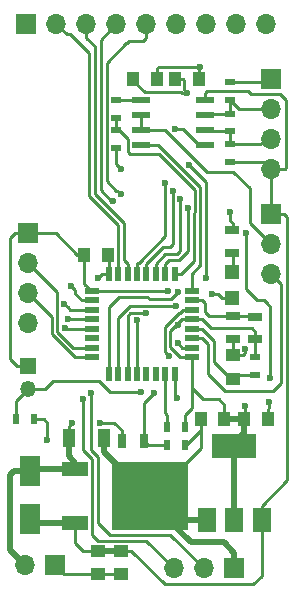
<source format=gtl>
G04 #@! TF.FileFunction,Copper,L1,Top,Signal*
%FSLAX46Y46*%
G04 Gerber Fmt 4.6, Leading zero omitted, Abs format (unit mm)*
G04 Created by KiCad (PCBNEW 4.0.2+dfsg1-stable) date Wed 06 Sep 2017 09:14:36 PM CST*
%MOMM*%
G01*
G04 APERTURE LIST*
%ADD10C,0.100000*%
%ADD11R,1.200000X0.600000*%
%ADD12R,0.600000X1.200000*%
%ADD13R,1.000000X1.250000*%
%ADD14R,1.250000X1.000000*%
%ADD15R,1.000000X1.600000*%
%ADD16R,1.700000X1.700000*%
%ADD17O,1.700000X1.700000*%
%ADD18R,0.900000X0.500000*%
%ADD19R,0.700000X1.300000*%
%ADD20R,1.300000X0.700000*%
%ADD21R,2.200000X1.200000*%
%ADD22R,6.400000X5.800000*%
%ADD23R,3.050000X2.750000*%
%ADD24R,3.800000X2.000000*%
%ADD25R,1.500000X2.000000*%
%ADD26R,1.550000X0.600000*%
%ADD27R,1.800000X2.500000*%
%ADD28R,1.350000X1.350000*%
%ADD29O,1.350000X1.350000*%
%ADD30R,1.200000X1.200000*%
%ADD31R,0.500000X0.900000*%
%ADD32C,0.600000*%
%ADD33C,0.250000*%
%ADD34C,0.500000*%
G04 APERTURE END LIST*
D10*
D11*
X116245000Y-108205500D03*
X116245000Y-107405500D03*
X116245000Y-106605500D03*
X116245000Y-105805500D03*
X116245000Y-105005500D03*
X116245000Y-104205500D03*
X116245000Y-103405500D03*
X116245000Y-102605500D03*
D12*
X114795000Y-101155500D03*
X113995000Y-101155500D03*
X113195000Y-101155500D03*
X112395000Y-101155500D03*
X111595000Y-101155500D03*
X110795000Y-101155500D03*
X109995000Y-101155500D03*
X109195000Y-101155500D03*
D11*
X107745000Y-102605500D03*
X107745000Y-103405500D03*
X107745000Y-104205500D03*
X107745000Y-105005500D03*
X107745000Y-105805500D03*
X107745000Y-106605500D03*
X107745000Y-107405500D03*
X107745000Y-108205500D03*
D12*
X109195000Y-109655500D03*
X109995000Y-109655500D03*
X110795000Y-109655500D03*
X111595000Y-109655500D03*
X112395000Y-109655500D03*
X113195000Y-109655500D03*
X113995000Y-109655500D03*
X114795000Y-109655500D03*
D13*
X114824000Y-84709000D03*
X116824000Y-84709000D03*
D14*
X119697500Y-110077000D03*
X119697500Y-108077000D03*
D15*
X105815000Y-115062000D03*
X108815000Y-115062000D03*
D14*
X110236000Y-124603000D03*
X110236000Y-126603000D03*
X108331000Y-124603000D03*
X108331000Y-126603000D03*
D13*
X120682000Y-113482500D03*
X122682000Y-113482500D03*
X118983000Y-113482500D03*
X116983000Y-113482500D03*
D16*
X102362000Y-97726500D03*
D17*
X102362000Y-100266500D03*
X102362000Y-102806500D03*
X102362000Y-105346500D03*
D16*
X104673600Y-125857200D03*
D17*
X102133600Y-125857200D03*
D16*
X119812000Y-126111200D03*
D17*
X117272000Y-126111200D03*
X114732000Y-126111200D03*
D16*
X122936000Y-96139000D03*
D17*
X122936000Y-98679000D03*
X122936000Y-101219000D03*
D18*
X121602500Y-108228000D03*
X121602500Y-109728000D03*
D19*
X110304500Y-115316000D03*
X112204500Y-115316000D03*
D20*
X121602500Y-106680000D03*
X121602500Y-104780000D03*
X119697500Y-104775000D03*
X119697500Y-106675000D03*
D18*
X119507000Y-91694000D03*
X119507000Y-90194000D03*
X109855000Y-86447500D03*
X109855000Y-87947500D03*
X119507000Y-89090500D03*
X119507000Y-87590500D03*
X109855000Y-89027000D03*
X109855000Y-90527000D03*
X119507000Y-86463000D03*
X119507000Y-84963000D03*
D21*
X106353500Y-117671500D03*
X106353500Y-122231500D03*
D22*
X112653500Y-119951500D03*
D23*
X114328500Y-121476500D03*
X110978500Y-118426500D03*
X114328500Y-118426500D03*
X110978500Y-121476500D03*
D24*
X119840500Y-115730000D03*
D25*
X119840500Y-122030000D03*
X122140500Y-122030000D03*
X117540500Y-122030000D03*
D26*
X111917500Y-86423500D03*
X111917500Y-87693500D03*
X111917500Y-88963500D03*
X111917500Y-90233500D03*
X117317500Y-90233500D03*
X117317500Y-88963500D03*
X117317500Y-87693500D03*
X117317500Y-86423500D03*
D27*
X102552500Y-117888000D03*
X102552500Y-121888000D03*
D16*
X102235000Y-80010000D03*
D17*
X104775000Y-80010000D03*
X107315000Y-80010000D03*
X109855000Y-80010000D03*
X112395000Y-80010000D03*
X114935000Y-80010000D03*
X117475000Y-80010000D03*
X120015000Y-80010000D03*
X122555000Y-80010000D03*
D16*
X122936000Y-84645500D03*
D17*
X122936000Y-87185500D03*
X122936000Y-89725500D03*
X122936000Y-92265500D03*
D20*
X119634000Y-99364800D03*
X119634000Y-97464800D03*
D28*
X102387400Y-108940600D03*
D29*
X102387400Y-110940600D03*
D30*
X119634000Y-103182600D03*
X119634000Y-100982600D03*
D13*
X107140500Y-99568000D03*
X109140500Y-99568000D03*
D31*
X114121500Y-115633500D03*
X115621500Y-115633500D03*
X115621500Y-114173000D03*
X114121500Y-114173000D03*
X101383400Y-113487200D03*
X102883400Y-113487200D03*
D13*
X111268000Y-84709000D03*
X113268000Y-84709000D03*
D32*
X104013000Y-115265200D03*
X119507000Y-95961200D03*
X108302100Y-101498400D03*
X115798600Y-85877400D03*
X114998500Y-111696500D03*
X122745500Y-112014000D03*
X114808000Y-88900000D03*
X110250000Y-92250000D03*
X120750000Y-107500000D03*
X116965000Y-83693000D03*
X120726200Y-112395000D03*
X122885200Y-109956600D03*
X120827800Y-97739200D03*
X115026620Y-105535914D03*
X114223800Y-102641400D03*
X108432600Y-113761998D03*
X106050000Y-113787000D03*
X107696000Y-111252000D03*
X106045000Y-102235000D03*
X107061000Y-111785400D03*
X105419980Y-103679292D03*
X111593063Y-105110640D03*
X109601000Y-94996000D03*
X112359813Y-104485620D03*
X110236000Y-94424500D03*
X105454309Y-105778411D03*
X105729339Y-105027161D03*
X114266093Y-108085507D03*
X113030000Y-111252000D03*
X115070632Y-102698152D03*
X116027200Y-91948000D03*
X117475000Y-101536500D03*
X115887500Y-95631000D03*
X115252500Y-94869000D03*
X113982500Y-93472000D03*
X114617500Y-94170500D03*
X117906800Y-102844600D03*
X114909600Y-103860600D03*
X111963200Y-111201200D03*
X115036600Y-107047100D03*
D33*
X115544600Y-84747100D02*
X115506500Y-84709000D01*
X115506500Y-84709000D02*
X114824000Y-84709000D01*
X115544600Y-85623400D02*
X115544600Y-84747100D01*
X111268000Y-84709000D02*
X111268000Y-84834000D01*
X111268000Y-84834000D02*
X112232499Y-85798499D01*
X112232499Y-85798499D02*
X115295435Y-85798499D01*
X115295435Y-85798499D02*
X115374336Y-85877400D01*
X115374336Y-85877400D02*
X115798600Y-85877400D01*
X119710200Y-96864800D02*
X119710200Y-97464800D01*
X116983000Y-113482500D02*
X116983000Y-115922000D01*
X116983000Y-115922000D02*
X114478500Y-118426500D01*
X114478500Y-118426500D02*
X114328500Y-118426500D01*
X116983000Y-113482500D02*
X116983000Y-114357500D01*
X116983000Y-114357500D02*
X115707000Y-115633500D01*
X115707000Y-115633500D02*
X115621500Y-115633500D01*
X104013000Y-113816800D02*
X104013000Y-115265200D01*
X103083400Y-113487200D02*
X103683400Y-113487200D01*
X103683400Y-113487200D02*
X104013000Y-113816800D01*
X119507000Y-96661600D02*
X119507000Y-95961200D01*
X119710200Y-96864800D02*
X119507000Y-96661600D01*
X109195000Y-101155500D02*
X108645000Y-101155500D01*
X108645000Y-101155500D02*
X108302100Y-101498400D01*
X115544600Y-85623400D02*
X115798600Y-85877400D01*
D34*
X119812000Y-126111200D02*
X119812000Y-124761200D01*
X119812000Y-124761200D02*
X118939300Y-123888500D01*
X118939300Y-123888500D02*
X116141500Y-123888500D01*
X116141500Y-123888500D02*
X114328500Y-122075500D01*
X114328500Y-122075500D02*
X114328500Y-121476500D01*
D33*
X114795000Y-111493000D02*
X114998500Y-111696500D01*
X114795000Y-109655500D02*
X114795000Y-111493000D01*
X122745500Y-112544000D02*
X122745500Y-112014000D01*
X122682000Y-113482500D02*
X122682000Y-112607500D01*
X122682000Y-112607500D02*
X122745500Y-112544000D01*
X115509000Y-88900000D02*
X114808000Y-88900000D01*
X117317500Y-90233500D02*
X116842500Y-90233500D01*
X116842500Y-90233500D02*
X115509000Y-88900000D01*
D34*
X117540500Y-122030000D02*
X114882000Y-122030000D01*
X114882000Y-122030000D02*
X114328500Y-121476500D01*
D33*
X109855000Y-91855000D02*
X110250000Y-92250000D01*
X109855000Y-90527000D02*
X109855000Y-91855000D01*
X120750000Y-107899500D02*
X120750000Y-107500000D01*
X119697500Y-108077000D02*
X120572500Y-108077000D01*
X120572500Y-108077000D02*
X120750000Y-107899500D01*
X114795000Y-109655500D02*
X114795000Y-109955500D01*
X109195000Y-101155500D02*
X109195000Y-99694000D01*
X109195000Y-99694000D02*
X109069000Y-99568000D01*
X119697500Y-106675000D02*
X119697500Y-108077000D01*
X119507000Y-84963000D02*
X122618500Y-84963000D01*
X122618500Y-84963000D02*
X122936000Y-84645500D01*
X116983000Y-113607500D02*
X116983000Y-113482500D01*
D34*
X108815000Y-115062000D02*
X108815000Y-116263000D01*
X108815000Y-116263000D02*
X110978500Y-118426500D01*
D33*
X108331000Y-126603000D02*
X105419400Y-126603000D01*
X105419400Y-126603000D02*
X104673600Y-125857200D01*
X110236000Y-126603000D02*
X108331000Y-126603000D01*
X113268000Y-84709000D02*
X113268000Y-83834000D01*
X113268000Y-83834000D02*
X113409000Y-83693000D01*
X113409000Y-83693000D02*
X116540736Y-83693000D01*
X116540736Y-83693000D02*
X116965000Y-83693000D01*
X116824000Y-84709000D02*
X116824000Y-83834000D01*
X116824000Y-83834000D02*
X116965000Y-83693000D01*
X115621500Y-114173000D02*
X115621500Y-113133998D01*
X115621500Y-113133998D02*
X116245000Y-112510498D01*
X116245000Y-112510498D02*
X116245000Y-110847500D01*
X117165000Y-111767500D02*
X116245000Y-110847500D01*
X116245000Y-110847500D02*
X116245000Y-109006000D01*
X118498500Y-111767500D02*
X117165000Y-111767500D01*
X107140500Y-99568000D02*
X107140500Y-102001000D01*
X107140500Y-102001000D02*
X107745000Y-102605500D01*
X107140500Y-99568000D02*
X106553000Y-99568000D01*
X102387400Y-108940600D02*
X101462400Y-108940600D01*
X101262000Y-97726500D02*
X102362000Y-97726500D01*
X101462400Y-108940600D02*
X100863400Y-108341600D01*
X100863400Y-108341600D02*
X100863400Y-98125100D01*
X100863400Y-98125100D02*
X101262000Y-97726500D01*
X115269998Y-108205500D02*
X115395000Y-108205500D01*
X115395000Y-108205500D02*
X116245000Y-108205500D01*
X114935000Y-105465500D02*
X114411599Y-105988901D01*
X114411599Y-107347101D02*
X115269998Y-108205500D01*
X114411599Y-105988901D02*
X114411599Y-107347101D01*
X108630900Y-102641400D02*
X114223800Y-102641400D01*
X107745000Y-102605500D02*
X108595000Y-102605500D01*
X108595000Y-102605500D02*
X108630900Y-102641400D01*
X120726200Y-112395000D02*
X120726200Y-113438300D01*
X120726200Y-113438300D02*
X120682000Y-113482500D01*
X122885200Y-103962200D02*
X122885200Y-109956600D01*
X122577501Y-103654501D02*
X122885200Y-103962200D01*
X122326400Y-103378000D02*
X122577501Y-103629101D01*
X122577501Y-103629101D02*
X122577501Y-103654501D01*
X121716800Y-103378000D02*
X122326400Y-103378000D01*
X120827800Y-102489000D02*
X121716800Y-103378000D01*
X120827800Y-97739200D02*
X120827800Y-102489000D01*
D34*
X119840500Y-122030000D02*
X119840500Y-120530000D01*
X119840500Y-120530000D02*
X119840500Y-115730000D01*
D33*
X118498500Y-111767500D02*
X118983000Y-112252000D01*
X118983000Y-112252000D02*
X118983000Y-113482500D01*
X116245000Y-108205500D02*
X116245000Y-109006000D01*
X121313500Y-105791000D02*
X117880500Y-105791000D01*
X117880500Y-105791000D02*
X117095000Y-105005500D01*
X121602500Y-106680000D02*
X121602500Y-106080000D01*
X121602500Y-106080000D02*
X121313500Y-105791000D01*
X117095000Y-105005500D02*
X116245000Y-105005500D01*
X114935000Y-105465500D02*
X114935000Y-105664000D01*
X116245000Y-105005500D02*
X115395000Y-105005500D01*
X115395000Y-105005500D02*
X114935000Y-105465500D01*
X106553000Y-99568000D02*
X104711500Y-97726500D01*
X104711500Y-97726500D02*
X102362000Y-97726500D01*
X107569000Y-102429500D02*
X107745000Y-102605500D01*
X121602500Y-106680000D02*
X121602500Y-108228000D01*
D34*
X119139500Y-113326000D02*
X118983000Y-113482500D01*
X119840500Y-115387500D02*
X119902000Y-115387500D01*
X119902000Y-115387500D02*
X120682000Y-114607500D01*
X120682000Y-114607500D02*
X120682000Y-113482500D01*
X119840500Y-115730000D02*
X119840500Y-115387500D01*
X118983000Y-113482500D02*
X120682000Y-113482500D01*
D33*
X117095000Y-105805500D02*
X116245000Y-105805500D01*
X118110000Y-106820500D02*
X117095000Y-105805500D01*
X118110000Y-108614500D02*
X118110000Y-106820500D01*
X119572500Y-110077000D02*
X118110000Y-108614500D01*
X119697500Y-110077000D02*
X119572500Y-110077000D01*
X121602500Y-109728000D02*
X120046500Y-109728000D01*
X120046500Y-109728000D02*
X119697500Y-110077000D01*
X109655100Y-113766600D02*
X108432600Y-113761998D01*
X108432600Y-113766600D02*
X108432600Y-113761998D01*
X110304500Y-114416000D02*
X109655100Y-113766600D01*
D34*
X102133600Y-125857200D02*
X100838000Y-124561600D01*
X100838000Y-124561600D02*
X100838000Y-118202500D01*
X100838000Y-118202500D02*
X101152500Y-117888000D01*
X101152500Y-117888000D02*
X102552500Y-117888000D01*
X106353500Y-117148500D02*
X105815000Y-116610000D01*
X105815000Y-116610000D02*
X105815000Y-115062000D01*
X106353500Y-117671500D02*
X106353500Y-117148500D01*
X106353500Y-117671500D02*
X102769000Y-117671500D01*
X102769000Y-117671500D02*
X102552500Y-117888000D01*
D33*
X110304500Y-115316000D02*
X110304500Y-114416000D01*
X105971500Y-113855500D02*
X105815000Y-114012000D01*
X105815000Y-114012000D02*
X105815000Y-115062000D01*
X106137000Y-117888000D02*
X106353500Y-117671500D01*
X117317500Y-86423500D02*
X117317500Y-85873500D01*
X117317500Y-85873500D02*
X117491400Y-85699600D01*
X117491400Y-85699600D02*
X120980200Y-85699600D01*
X120980200Y-85699600D02*
X121208800Y-85928200D01*
X121208800Y-85928200D02*
X123723400Y-85928200D01*
X123723400Y-85928200D02*
X124206000Y-86410800D01*
X124206000Y-86410800D02*
X124206000Y-92197581D01*
X124206000Y-92197581D02*
X124138081Y-92265500D01*
X124138081Y-92265500D02*
X122936000Y-92265500D01*
X106362500Y-123952000D02*
X107013500Y-124603000D01*
X107013500Y-124603000D02*
X108331000Y-124603000D01*
X106362500Y-123090500D02*
X106362500Y-123952000D01*
X106353500Y-122231500D02*
X106353500Y-123081500D01*
X106353500Y-123081500D02*
X106362500Y-123090500D01*
X121412000Y-127444500D02*
X122140500Y-126716000D01*
X122140500Y-126716000D02*
X122140500Y-122030000D01*
X113952500Y-127444500D02*
X121412000Y-127444500D01*
X110236000Y-124603000D02*
X111111000Y-124603000D01*
X111111000Y-124603000D02*
X113952500Y-127444500D01*
X124269500Y-118651000D02*
X124269500Y-96372500D01*
X124269500Y-96372500D02*
X124036000Y-96139000D01*
X124036000Y-96139000D02*
X122936000Y-96139000D01*
X122140500Y-122030000D02*
X122140500Y-120780000D01*
X122140500Y-120780000D02*
X124269500Y-118651000D01*
X119507000Y-91694000D02*
X122364500Y-91694000D01*
X122364500Y-91694000D02*
X122936000Y-92265500D01*
X122936000Y-92265500D02*
X122936000Y-93467581D01*
X122936000Y-93467581D02*
X122936000Y-96139000D01*
D34*
X106353500Y-122231500D02*
X102896000Y-122231500D01*
X102896000Y-122231500D02*
X102552500Y-121888000D01*
X106853500Y-122231500D02*
X106353500Y-122231500D01*
X108331000Y-124603000D02*
X108206000Y-124603000D01*
X108206000Y-124603000D02*
X108190000Y-124587000D01*
X110236000Y-124603000D02*
X108331000Y-124603000D01*
D33*
X107696000Y-116092587D02*
X107696000Y-111252000D01*
X109270498Y-123253500D02*
X114414300Y-123253500D01*
X114414300Y-123253500D02*
X117272000Y-126111200D01*
X108267500Y-116664087D02*
X108267500Y-122250502D01*
X108267500Y-122250502D02*
X109270498Y-123253500D01*
X107696000Y-116092587D02*
X108267500Y-116664087D01*
X106045000Y-102235000D02*
X106344999Y-102534999D01*
X106344999Y-102534999D02*
X106344999Y-102855499D01*
X106344999Y-102855499D02*
X106895000Y-103405500D01*
X106895000Y-103405500D02*
X107745000Y-103405500D01*
X114732000Y-126111200D02*
X112382300Y-123761500D01*
X107817489Y-123249400D02*
X107817489Y-116850487D01*
X112382300Y-123761500D02*
X108329589Y-123761500D01*
X108329589Y-123761500D02*
X107817489Y-123249400D01*
X107817489Y-116850487D02*
X107061000Y-116093998D01*
X107061000Y-116093998D02*
X107061000Y-111785400D01*
X107745000Y-104205500D02*
X105946188Y-104205500D01*
X105719979Y-103979291D02*
X105419980Y-103679292D01*
X105946188Y-104205500D02*
X105719979Y-103979291D01*
X111595000Y-105112577D02*
X111593063Y-105110640D01*
X111595000Y-109655500D02*
X111595000Y-105112577D01*
X109601000Y-94996000D02*
X109410500Y-94996000D01*
X108521500Y-94107000D02*
X108521500Y-81343500D01*
X108521500Y-81343500D02*
X109855000Y-80010000D01*
X109410500Y-94996000D02*
X108521500Y-94107000D01*
X112359813Y-104485620D02*
X111033380Y-104485620D01*
X111033380Y-104485620D02*
X110795000Y-104724000D01*
X110795000Y-104724000D02*
X110795000Y-109655500D01*
X110236000Y-94424500D02*
X109936001Y-94124501D01*
X109029500Y-83312000D02*
X110680500Y-81661000D01*
X109936001Y-94124501D02*
X109809001Y-94124501D01*
X109809001Y-94124501D02*
X109029500Y-93345000D01*
X109029500Y-93345000D02*
X109029500Y-83312000D01*
X110680500Y-81661000D02*
X110744000Y-81661000D01*
X110744000Y-81661000D02*
X110934500Y-81470500D01*
X112395000Y-81216500D02*
X112395000Y-80010000D01*
X110934500Y-81470500D02*
X112141000Y-81470500D01*
X112141000Y-81470500D02*
X112395000Y-81216500D01*
X107745000Y-105805500D02*
X105481398Y-105805500D01*
X105481398Y-105805500D02*
X105454309Y-105778411D01*
X107745000Y-105005500D02*
X105751000Y-105005500D01*
X105751000Y-105005500D02*
X105729339Y-105027161D01*
X119507000Y-89090500D02*
X117444500Y-89090500D01*
X117444500Y-89090500D02*
X117317500Y-88963500D01*
X119507000Y-89090500D02*
X119507000Y-90194000D01*
X122491500Y-89725500D02*
X122023000Y-90194000D01*
X122023000Y-90194000D02*
X119507000Y-90194000D01*
X122936000Y-89725500D02*
X122491500Y-89725500D01*
X120229500Y-87185500D02*
X119507000Y-86463000D01*
X122936000Y-87185500D02*
X120229500Y-87185500D01*
X119507000Y-87590500D02*
X117420500Y-87590500D01*
X117420500Y-87590500D02*
X117317500Y-87693500D01*
X119507000Y-87590500D02*
X119507000Y-86463000D01*
X122086001Y-97829001D02*
X122936000Y-98679000D01*
X121158000Y-96901000D02*
X122086001Y-97829001D01*
X113946496Y-88963500D02*
X117502496Y-92519500D01*
X119761000Y-92519500D02*
X121158000Y-93916500D01*
X117502496Y-92519500D02*
X119761000Y-92519500D01*
X111917500Y-88963500D02*
X113946496Y-88963500D01*
X121158000Y-93916500D02*
X121158000Y-96901000D01*
X111917500Y-87693500D02*
X111917500Y-88963500D01*
X116245000Y-106605500D02*
X117095000Y-106605500D01*
X117607511Y-107118011D02*
X117607511Y-109606511D01*
X117095000Y-106605500D02*
X117607511Y-107118011D01*
X117607511Y-109606511D02*
X119049800Y-111048800D01*
X119049800Y-111048800D02*
X123139200Y-111048800D01*
X123139200Y-111048800D02*
X123748800Y-110439200D01*
X123748800Y-110439200D02*
X123748800Y-102031800D01*
X123748800Y-102031800D02*
X122936000Y-101219000D01*
X114121500Y-115633500D02*
X112522000Y-115633500D01*
X112522000Y-115633500D02*
X112204500Y-115316000D01*
X115489702Y-104205500D02*
X115209601Y-104485601D01*
X115209601Y-104485601D02*
X115114899Y-104485601D01*
X115114899Y-104485601D02*
X113961588Y-105638912D01*
X113961588Y-105638912D02*
X113961588Y-107781002D01*
X113961588Y-107781002D02*
X113966094Y-107785508D01*
X113966094Y-107785508D02*
X114266093Y-108085507D01*
X116245000Y-104205500D02*
X115489702Y-104205500D01*
X112204500Y-112077500D02*
X113030000Y-111252000D01*
X112204500Y-113792000D02*
X112204500Y-112077500D01*
X112204500Y-113792000D02*
X112204500Y-115316000D01*
X119697500Y-104775000D02*
X121597500Y-104775000D01*
X121597500Y-104775000D02*
X121602500Y-104780000D01*
X117322600Y-104368600D02*
X117729000Y-104775000D01*
X117729000Y-104775000D02*
X119697500Y-104775000D01*
X117322600Y-103633100D02*
X117322600Y-104368600D01*
X116245000Y-103405500D02*
X117095000Y-103405500D01*
X117095000Y-103405500D02*
X117322600Y-103633100D01*
X111917500Y-86423500D02*
X109879000Y-86423500D01*
X109879000Y-86423500D02*
X109855000Y-86447500D01*
X110817499Y-89789499D02*
X110055000Y-89027000D01*
X110055000Y-89027000D02*
X109855000Y-89027000D01*
X110817499Y-90793501D02*
X110817499Y-89789499D01*
X110934500Y-90910502D02*
X110817499Y-90793501D01*
X110934500Y-90995500D02*
X110934500Y-90910502D01*
X113474500Y-90995500D02*
X110934500Y-90995500D01*
X116512501Y-94033501D02*
X113474500Y-90995500D01*
X116459000Y-100041500D02*
X116459000Y-95984502D01*
X116512501Y-95931001D02*
X116512501Y-94033501D01*
X116459000Y-95984502D02*
X116512501Y-95931001D01*
X115345000Y-101155500D02*
X116459000Y-100041500D01*
X114795000Y-101155500D02*
X115345000Y-101155500D01*
X109855000Y-87947500D02*
X109855000Y-89027000D01*
X112479800Y-103105789D02*
X110100401Y-103105789D01*
X114485193Y-103283591D02*
X112657602Y-103283591D01*
X112657602Y-103283591D02*
X112479800Y-103105789D01*
X115070632Y-102698152D02*
X114485193Y-103283591D01*
X109195000Y-108805500D02*
X109195000Y-109655500D01*
X110100401Y-103105789D02*
X109195000Y-104011190D01*
X109195000Y-104011190D02*
X109195000Y-108805500D01*
X117455116Y-93375916D02*
X116027200Y-91948000D01*
X117475000Y-93375916D02*
X117455116Y-93375916D01*
X117475000Y-101536500D02*
X117475000Y-93375916D01*
X115887500Y-96055264D02*
X115887500Y-95631000D01*
X115887500Y-98868090D02*
X115887500Y-96055264D01*
X115893009Y-98873599D02*
X115887500Y-98868090D01*
X115126910Y-100012500D02*
X115893009Y-99246401D01*
X114288000Y-100012500D02*
X115126910Y-100012500D01*
X115893009Y-99246401D02*
X115893009Y-98873599D01*
X113995000Y-100305500D02*
X114288000Y-100012500D01*
X113995000Y-101155500D02*
X113995000Y-100305500D01*
X115252500Y-99250500D02*
X115252500Y-94869000D01*
X114998500Y-99504500D02*
X115252500Y-99250500D01*
X113996000Y-99504500D02*
X114998500Y-99504500D01*
X113195000Y-101155500D02*
X113195000Y-100305500D01*
X113195000Y-100305500D02*
X113996000Y-99504500D01*
X113982500Y-97980500D02*
X113982500Y-93472000D01*
X111732501Y-100230499D02*
X113982500Y-97980500D01*
X111595000Y-100305500D02*
X111670001Y-100230499D01*
X111670001Y-100230499D02*
X111732501Y-100230499D01*
X111595000Y-101155500D02*
X111595000Y-100305500D01*
X111595000Y-100305500D02*
X111569500Y-100280000D01*
X114617500Y-98679000D02*
X114617500Y-94170500D01*
X114363500Y-98933000D02*
X114617500Y-98679000D01*
X113767500Y-98933000D02*
X114363500Y-98933000D01*
X112395000Y-101155500D02*
X112395000Y-100305500D01*
X112395000Y-100305500D02*
X113767500Y-98933000D01*
X116245000Y-102605500D02*
X116245000Y-101179000D01*
X116245000Y-101179000D02*
X116967000Y-100457000D01*
X116967000Y-100457000D02*
X116967000Y-93789500D01*
X116967000Y-93789500D02*
X113411000Y-90233500D01*
X113411000Y-90233500D02*
X111917500Y-90233500D01*
X111917500Y-90233500D02*
X112392500Y-90233500D01*
X104794978Y-102699478D02*
X103211999Y-101116499D01*
X103211999Y-101116499D02*
X102362000Y-100266500D01*
X104794978Y-103979294D02*
X104794978Y-102699478D01*
X104829308Y-104013624D02*
X104794978Y-103979294D01*
X106156396Y-107405500D02*
X104829308Y-106078412D01*
X107745000Y-107405500D02*
X106156396Y-107405500D01*
X104829308Y-106078412D02*
X104829308Y-104013624D01*
X103211999Y-103656499D02*
X102362000Y-102806500D01*
X104379297Y-104823797D02*
X103211999Y-103656499D01*
X107745000Y-108205500D02*
X106319985Y-108205500D01*
X106319985Y-108205500D02*
X104379297Y-106264812D01*
X104379297Y-106264812D02*
X104379297Y-104823797D01*
X108013500Y-81915000D02*
X107315000Y-81216500D01*
X107315000Y-81216500D02*
X107315000Y-80010000D01*
X108013500Y-94424500D02*
X108013500Y-81915000D01*
X110490000Y-96901000D02*
X108013500Y-94424500D01*
X110490000Y-100000500D02*
X110490000Y-96901000D01*
X110795000Y-101155500D02*
X110795000Y-100305500D01*
X110795000Y-100305500D02*
X110490000Y-100000500D01*
X107505500Y-82486500D02*
X105878999Y-80859999D01*
X105624999Y-80859999D02*
X104775000Y-80010000D01*
X105878999Y-80859999D02*
X105624999Y-80859999D01*
X107505500Y-94169090D02*
X107505500Y-82486500D01*
X107499991Y-94174599D02*
X107505500Y-94169090D01*
X107499991Y-94547401D02*
X107499991Y-94174599D01*
X109995000Y-97042410D02*
X107499991Y-94547401D01*
X109995000Y-101155500D02*
X109995000Y-97042410D01*
X114485336Y-103860600D02*
X114909600Y-103860600D01*
X109995000Y-104887589D02*
X111021989Y-103860600D01*
X109995000Y-109655500D02*
X109995000Y-104887589D01*
X111021989Y-103860600D02*
X114485336Y-103860600D01*
X118446000Y-102844600D02*
X117906800Y-102844600D01*
X119634000Y-103182600D02*
X118784000Y-103182600D01*
X118784000Y-103182600D02*
X118446000Y-102844600D01*
X113995000Y-112979000D02*
X114121500Y-113105500D01*
X114121500Y-113105500D02*
X114121500Y-114173000D01*
X113995000Y-109655500D02*
X113995000Y-112979000D01*
X119710200Y-99364800D02*
X119710200Y-100906400D01*
X119710200Y-100906400D02*
X119634000Y-100982600D01*
X102387400Y-110940600D02*
X101383400Y-111944600D01*
X101383400Y-111944600D02*
X101383400Y-113487200D01*
X104495600Y-110236000D02*
X103791000Y-110940600D01*
X103791000Y-110940600D02*
X102387400Y-110940600D01*
X108356400Y-110236000D02*
X104495600Y-110236000D01*
X109321600Y-111201200D02*
X108356400Y-110236000D01*
X111963200Y-111201200D02*
X109321600Y-111201200D01*
X116245000Y-107405500D02*
X115395000Y-107405500D01*
X115395000Y-107405500D02*
X115036600Y-107047100D01*
M02*

</source>
